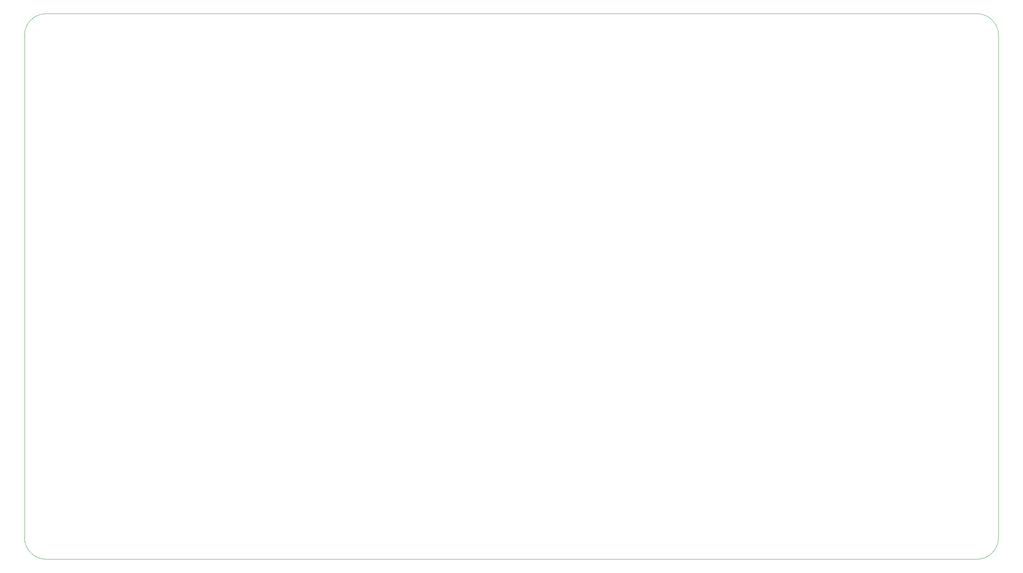
<source format=gbr>
%TF.GenerationSoftware,KiCad,Pcbnew,(5.1.8)-1*%
%TF.CreationDate,2021-07-20T16:41:24+02:00*%
%TF.ProjectId,FJElectricsPCBBack,464a456c-6563-4747-9269-637350434242,rev?*%
%TF.SameCoordinates,Original*%
%TF.FileFunction,Profile,NP*%
%FSLAX46Y46*%
G04 Gerber Fmt 4.6, Leading zero omitted, Abs format (unit mm)*
G04 Created by KiCad (PCBNEW (5.1.8)-1) date 2021-07-20 16:41:24*
%MOMM*%
%LPD*%
G01*
G04 APERTURE LIST*
%TA.AperFunction,Profile*%
%ADD10C,0.050000*%
%TD*%
G04 APERTURE END LIST*
D10*
X-15000000Y-103500000D02*
G75*
G02*
X-20000000Y-98500000I0J5000000D01*
G01*
X205000000Y-98500000D02*
G75*
G02*
X200000000Y-103500000I-5000000J0D01*
G01*
X200000000Y22500000D02*
G75*
G02*
X205000000Y17500000I0J-5000000D01*
G01*
X-20000000Y17500000D02*
G75*
G02*
X-15000000Y22500000I5000000J0D01*
G01*
X-20000000Y-98500000D02*
X-20000000Y17500000D01*
X200000000Y-103500000D02*
X-15000000Y-103500000D01*
X205000000Y17500000D02*
X205000000Y-98500000D01*
X-15000000Y22500000D02*
X200000000Y22500000D01*
M02*

</source>
